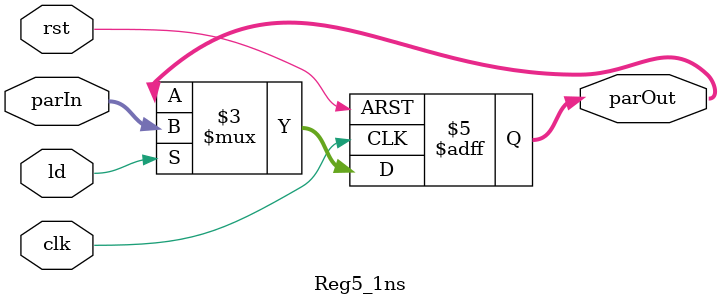
<source format=v>
`timescale 1ns/1ns
module Reg5_1ns(input clk, rst, ld, input [4:0] parIn, output reg [4:0] parOut);
    always @(posedge clk, posedge rst) begin
        #1
        if(rst) parOut = 5'b0;
        else if(ld) parOut = parIn;
        else parOut = parOut;
    end
endmodule
</source>
